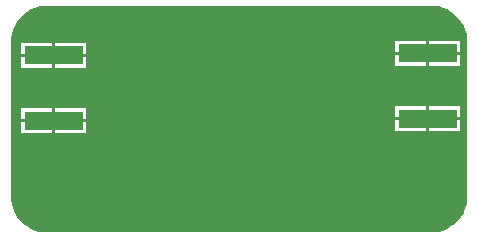
<source format=gbr>
%TF.GenerationSoftware,Altium Limited,Altium Designer,20.0.10 (225)*%
G04 Layer_Physical_Order=2*
G04 Layer_Color=16711680*
%FSLAX26Y26*%
%MOIN*%
%TF.FileFunction,Copper,L2,Bot,Signal*%
%TF.Part,Single*%
G01*
G75*
%TA.AperFunction,ConnectorPad*%
%ADD13R,0.196850X0.062992*%
%TA.AperFunction,SMDPad,CuDef*%
%ADD15R,0.196850X0.062992*%
%TA.AperFunction,ViaPad*%
%ADD19C,0.050000*%
G36*
X3038446Y1812979D02*
X3053401Y1808972D01*
X3067705Y1803047D01*
X3081114Y1795305D01*
X3093397Y1785880D01*
X3104345Y1774932D01*
X3113770Y1762649D01*
X3121511Y1749241D01*
X3127436Y1734937D01*
X3131444Y1719981D01*
X3133465Y1704631D01*
Y1696890D01*
Y1178110D01*
Y1170369D01*
X3131444Y1155019D01*
X3127436Y1140063D01*
X3121511Y1125759D01*
X3113770Y1112351D01*
X3104345Y1100068D01*
X3093397Y1089120D01*
X3081114Y1079694D01*
X3067705Y1071953D01*
X3053401Y1066028D01*
X3038446Y1062021D01*
X3023096Y1060000D01*
X3015354Y1060000D01*
X1732284Y1060000D01*
X1724542D01*
X1709192Y1062021D01*
X1694237Y1066028D01*
X1679933Y1071953D01*
X1666524Y1079694D01*
X1654241Y1089120D01*
X1643293Y1100068D01*
X1633868Y1112351D01*
X1626126Y1125759D01*
X1620201Y1140063D01*
X1616194Y1155019D01*
X1614173Y1170369D01*
Y1178110D01*
X1614173Y1696890D01*
X1614173D01*
Y1704631D01*
X1616194Y1719981D01*
X1620201Y1734937D01*
X1626126Y1749241D01*
X1633868Y1762649D01*
X1643293Y1774932D01*
X1654241Y1785880D01*
X1666524Y1795305D01*
X1679933Y1803047D01*
X1694237Y1808972D01*
X1709192Y1812979D01*
X1724542Y1815000D01*
X1732284Y1815000D01*
X3015354Y1815000D01*
X3023096D01*
X3038446Y1812979D01*
D02*
G37*
%LPC*%
G36*
X3110000Y1697732D02*
X3006575D01*
Y1661236D01*
X3110000D01*
Y1697732D01*
D02*
G37*
G36*
X2996575D02*
X2893150D01*
Y1661236D01*
X2996575D01*
Y1697732D01*
D02*
G37*
G36*
X1863425Y1691496D02*
X1760000D01*
Y1655000D01*
X1863425D01*
Y1691496D01*
D02*
G37*
G36*
X1750000D02*
X1646575D01*
Y1655000D01*
X1750000D01*
Y1691496D01*
D02*
G37*
G36*
X3110000Y1651236D02*
X3006575D01*
Y1614740D01*
X3110000D01*
Y1651236D01*
D02*
G37*
G36*
X2996575D02*
X2893150D01*
Y1614740D01*
X2996575D01*
Y1651236D01*
D02*
G37*
G36*
X1863425Y1645000D02*
X1760000D01*
Y1608504D01*
X1863425D01*
Y1645000D01*
D02*
G37*
G36*
X1750000D02*
X1646575D01*
Y1608504D01*
X1750000D01*
Y1645000D01*
D02*
G37*
G36*
X3110000Y1479622D02*
X3006575D01*
Y1443126D01*
X3110000D01*
Y1479622D01*
D02*
G37*
G36*
X2996575D02*
X2893150D01*
Y1443126D01*
X2996575D01*
Y1479622D01*
D02*
G37*
G36*
X1863425Y1473386D02*
X1760000D01*
Y1436890D01*
X1863425D01*
Y1473386D01*
D02*
G37*
G36*
X1750000D02*
X1646575D01*
Y1436890D01*
X1750000D01*
Y1473386D01*
D02*
G37*
G36*
X3110000Y1433126D02*
X3006575D01*
Y1396630D01*
X3110000D01*
Y1433126D01*
D02*
G37*
G36*
X2996575D02*
X2893150D01*
Y1396630D01*
X2996575D01*
Y1433126D01*
D02*
G37*
G36*
X1863425Y1426890D02*
X1760000D01*
Y1390394D01*
X1863425D01*
Y1426890D01*
D02*
G37*
G36*
X1750000D02*
X1646575D01*
Y1390394D01*
X1750000D01*
Y1426890D01*
D02*
G37*
%LPD*%
D13*
X3001575Y1656236D02*
D03*
Y1438126D02*
D03*
D15*
X1755000Y1431890D02*
D03*
Y1650000D02*
D03*
D19*
X2870000Y1225000D02*
D03*
X2850000Y1715000D02*
D03*
X2835000Y1645000D02*
D03*
X2755000D02*
D03*
X1855000Y1345000D02*
D03*
X1920000Y1710000D02*
D03*
X1845000Y1745000D02*
D03*
X1942846Y1639741D02*
D03*
X1915000Y1445000D02*
D03*
X1970000Y1425000D02*
D03*
X2195000Y1345000D02*
D03*
X1970000Y1360000D02*
D03*
X1975000Y1285000D02*
D03*
X2200000Y1275000D02*
D03*
X2670000Y1340000D02*
D03*
X2858374Y1309542D02*
D03*
Y1389070D02*
D03*
X2409228Y1631158D02*
D03*
X2330036Y1638452D02*
D03*
X2277523Y1462730D02*
D03*
X2356818Y1468810D02*
D03*
X2436013Y1461548D02*
D03*
X2110000Y1655000D02*
D03*
X2025000Y1650000D02*
D03*
X2200000Y1405000D02*
D03*
X2198486Y1461548D02*
D03*
X2232641Y1637249D02*
D03*
X2672015Y1638906D02*
D03*
X2592488D02*
D03*
X2514392Y1623884D02*
D03*
X2511679Y1480037D02*
D03*
X2589028Y1461548D02*
D03*
X2668553Y1462157D02*
D03*
X2665000Y1405000D02*
D03*
%TF.MD5,ec829f19e645aea11b2ae4a816634deb*%
M02*

</source>
